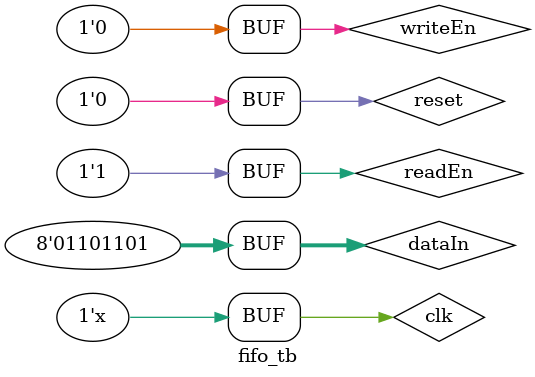
<source format=v>
`include "components/fifo.v"
`timescale 100ms/100ms

module fifo_tb;
    reg [7:0] dataIn;
    reg clk = 0, writeEn = 0, readEn = 0 , reset = 0;

    // output
    wire Empty, Full; 
    wire [7:0] dataOut;

    fifo f1 (
        .clk(clk),
        .reset(reset),
        .Empty(Empty),
        .Full(Full),
        .writeEn(writeEn),
        .readEn(readEn),
        .dataIn(dataIn),
        .dataOut(dataOut)
    );
    
    initial begin
        $dumpfile("fifo.vcd");
        $dumpvars(0, fifo_tb);
        #10
        reset = 1;
        #10
        reset = 0;
        #10
        dataIn = 8'd255;
        writeEn = 1;
        #10
        dataIn = 8'd165;
        #10
        dataIn = 8'd109;
        #10
        writeEn = 0;
        readEn = 1;
    end 

    always #5 clk = ~clk;
endmodule
</source>
